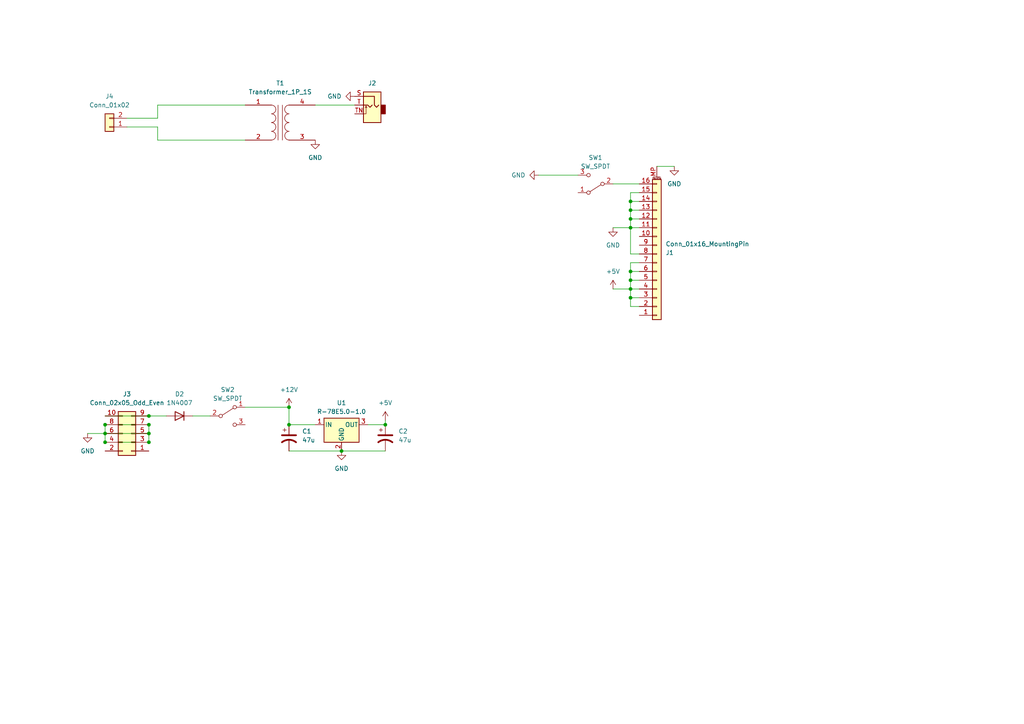
<source format=kicad_sch>
(kicad_sch (version 20230121) (generator eeschema)
  (paper "A4")
  (lib_symbols
    (symbol "Connector_Audio:AudioJack2_SwitchT"
      (property "Reference" "J" (at 0 8.89 0))
      (property "Value" "AudioJack2_SwitchT" (at 0 6.35 0))
      (symbol "AudioJack2_SwitchT_0_1"
        (rectangle (start -2.54 0) (end -3.81 -2.54) (stroke (width 0.254)) (fill (type outline)))
        (polyline (pts (xy 1.778 -0.254) (xy 2.032 -0.762)))
        (polyline (pts (xy 0 0) (xy 0.635 -0.635) (xy 1.27 0) (xy 2.54 0)) (stroke (width 0.254)))
        (polyline (pts (xy 2.54 -2.54) (xy 1.778 -2.54) (xy 1.778 -0.254) (xy 1.524 -0.762)))
        (polyline (pts (xy 2.54 2.54) (xy -0.635 2.54) (xy -0.635 0) (xy -1.27 -0.635) (xy -1.905 0)) (stroke (width 0.254)))
        (rectangle (start 2.54 3.81) (end -2.54 -5.08) (stroke (width 0.254)) (fill (type background)))
      )
      (symbol "AudioJack2_SwitchT_1_1"
        (pin passive line (at 5.08 2.54 180) (length 2.54) (name "~") (number "S"))
        (pin passive line (at 5.08 0 180) (length 2.54) (name "~") (number "T"))
        (pin passive line (at 5.08 -2.54 180) (length 2.54) (name "~") (number "TN"))
      )
    )
    (symbol "Connector_Generic:Conn_01x02" (pin_names (offset 1.016) hide)
      (property "Reference" "J" (at 0 2.54 0))
      (property "Value" "Conn_01x02" (at 0 -5.08 0))
      (symbol "Conn_01x02_1_1"
        (rectangle (start -1.27 -2.413) (end 0 -2.667) (stroke (width 0.1524)))
        (rectangle (start -1.27 0.127) (end 0 -0.127) (stroke (width 0.1524)))
        (rectangle (start -1.27 1.27) (end 1.27 -3.81) (stroke (width 0.254)) (fill (type background)))
        (pin passive line (at -5.08 0 0) (length 3.81) (name "Pin_1") (number "1"))
        (pin passive line (at -5.08 -2.54 0) (length 3.81) (name "Pin_2") (number "2"))
      )
    )
    (symbol "Connector_Generic:Conn_02x05_Odd_Even" (pin_names (offset 1.016) hide)
      (property "Reference" "J" (at 1.27 7.62 0))
      (property "Value" "Conn_02x05_Odd_Even" (at 1.27 -7.62 0))
      (symbol "Conn_02x05_Odd_Even_1_1"
        (rectangle (start -1.27 -4.953) (end 0 -5.207) (stroke (width 0.1524)))
        (rectangle (start -1.27 -2.413) (end 0 -2.667) (stroke (width 0.1524)))
        (rectangle (start -1.27 0.127) (end 0 -0.127) (stroke (width 0.1524)))
        (rectangle (start -1.27 2.667) (end 0 2.413) (stroke (width 0.1524)))
        (rectangle (start -1.27 5.207) (end 0 4.953) (stroke (width 0.1524)))
        (rectangle (start -1.27 6.35) (end 3.81 -6.35) (stroke (width 0.254)) (fill (type background)))
        (rectangle (start 3.81 -4.953) (end 2.54 -5.207) (stroke (width 0.1524)))
        (rectangle (start 3.81 -2.413) (end 2.54 -2.667) (stroke (width 0.1524)))
        (rectangle (start 3.81 0.127) (end 2.54 -0.127) (stroke (width 0.1524)))
        (rectangle (start 3.81 2.667) (end 2.54 2.413) (stroke (width 0.1524)))
        (rectangle (start 3.81 5.207) (end 2.54 4.953) (stroke (width 0.1524)))
        (pin passive line (at -5.08 5.08 0) (length 3.81) (name "Pin_1") (number "1"))
        (pin passive line (at 7.62 -5.08 180) (length 3.81) (name "Pin_10") (number "10"))
        (pin passive line (at 7.62 5.08 180) (length 3.81) (name "Pin_2") (number "2"))
        (pin passive line (at -5.08 2.54 0) (length 3.81) (name "Pin_3") (number "3"))
        (pin passive line (at 7.62 2.54 180) (length 3.81) (name "Pin_4") (number "4"))
        (pin passive line (at -5.08 0 0) (length 3.81) (name "Pin_5") (number "5"))
        (pin passive line (at 7.62 0 180) (length 3.81) (name "Pin_6") (number "6"))
        (pin passive line (at -5.08 -2.54 0) (length 3.81) (name "Pin_7") (number "7"))
        (pin passive line (at 7.62 -2.54 180) (length 3.81) (name "Pin_8") (number "8"))
        (pin passive line (at -5.08 -5.08 0) (length 3.81) (name "Pin_9") (number "9"))
      )
    )
    (symbol "Connector_Generic_MountingPin:Conn_01x16_MountingPin" (pin_names (offset 1.016) hide)
      (property "Reference" "J" (at 0 20.32 0))
      (property "Value" "Conn_01x16_MountingPin" (at 1.27 -22.86 0))
      (symbol "Conn_01x16_MountingPin_1_1"
        (rectangle (start -1.27 -20.193) (end 0 -20.447) (stroke (width 0.1524)))
        (rectangle (start -1.27 -17.653) (end 0 -17.907) (stroke (width 0.1524)))
        (rectangle (start -1.27 -15.113) (end 0 -15.367) (stroke (width 0.1524)))
        (rectangle (start -1.27 -12.573) (end 0 -12.827) (stroke (width 0.1524)))
        (rectangle (start -1.27 -10.033) (end 0 -10.287) (stroke (width 0.1524)))
        (rectangle (start -1.27 -7.493) (end 0 -7.747) (stroke (width 0.1524)))
        (rectangle (start -1.27 -4.953) (end 0 -5.207) (stroke (width 0.1524)))
        (rectangle (start -1.27 -2.413) (end 0 -2.667) (stroke (width 0.1524)))
        (rectangle (start -1.27 0.127) (end 0 -0.127) (stroke (width 0.1524)))
        (rectangle (start -1.27 2.667) (end 0 2.413) (stroke (width 0.1524)))
        (rectangle (start -1.27 5.207) (end 0 4.953) (stroke (width 0.1524)))
        (rectangle (start -1.27 7.747) (end 0 7.493) (stroke (width 0.1524)))
        (rectangle (start -1.27 10.287) (end 0 10.033) (stroke (width 0.1524)))
        (rectangle (start -1.27 12.827) (end 0 12.573) (stroke (width 0.1524)))
        (rectangle (start -1.27 15.367) (end 0 15.113) (stroke (width 0.1524)))
        (rectangle (start -1.27 17.907) (end 0 17.653) (stroke (width 0.1524)))
        (rectangle (start -1.27 19.05) (end 1.27 -21.59) (stroke (width 0.254)) (fill (type background)))
        (polyline (pts (xy -1.016 -22.352) (xy 1.016 -22.352)) (stroke (width 0.1524)))
        (text "Mounting" (at 0 -21.971 0) (effects (font (size 0.381 0.381))))
        (pin passive line (at -5.08 17.78 0) (length 3.81) (name "Pin_1") (number "1"))
        (pin passive line (at -5.08 -5.08 0) (length 3.81) (name "Pin_10") (number "10"))
        (pin passive line (at -5.08 -7.62 0) (length 3.81) (name "Pin_11") (number "11"))
        (pin passive line (at -5.08 -10.16 0) (length 3.81) (name "Pin_12") (number "12"))
        (pin passive line (at -5.08 -12.7 0) (length 3.81) (name "Pin_13") (number "13"))
        (pin passive line (at -5.08 -15.24 0) (length 3.81) (name "Pin_14") (number "14"))
        (pin passive line (at -5.08 -17.78 0) (length 3.81) (name "Pin_15") (number "15"))
        (pin passive line (at -5.08 -20.32 0) (length 3.81) (name "Pin_16") (number "16"))
        (pin passive line (at -5.08 15.24 0) (length 3.81) (name "Pin_2") (number "2"))
        (pin passive line (at -5.08 12.7 0) (length 3.81) (name "Pin_3") (number "3"))
        (pin passive line (at -5.08 10.16 0) (length 3.81) (name "Pin_4") (number "4"))
        (pin passive line (at -5.08 7.62 0) (length 3.81) (name "Pin_5") (number "5"))
        (pin passive line (at -5.08 5.08 0) (length 3.81) (name "Pin_6") (number "6"))
        (pin passive line (at -5.08 2.54 0) (length 3.81) (name "Pin_7") (number "7"))
        (pin passive line (at -5.08 0 0) (length 3.81) (name "Pin_8") (number "8"))
        (pin passive line (at -5.08 -2.54 0) (length 3.81) (name "Pin_9") (number "9"))
        (pin passive line (at 0 -25.4 90) (length 3.048) (name "MountPin") (number "MP"))
      )
    )
    (symbol "Device:C_Polarized_US" (pin_numbers hide) (pin_names (offset 0.254) hide)
      (property "Reference" "C" (at 0.635 2.54 0))
      (property "Value" "C_Polarized_US" (at 0.635 -2.54 0))
      (symbol "C_Polarized_US_0_1"
        (polyline (pts (xy -2.032 0.762) (xy 2.032 0.762)) (stroke (width 0.508)))
        (polyline (pts (xy -1.778 2.286) (xy -0.762 2.286)))
        (polyline (pts (xy -1.27 1.778) (xy -1.27 2.794)))
        (arc (start 2.032 -1.27) (mid 0 -0.5572) (end -2.032 -1.27) (stroke (width 0.508)))
      )
      (symbol "C_Polarized_US_1_1"
        (pin passive line (at 0 3.81 270) (length 2.794) (name "~") (number "1"))
        (pin passive line (at 0 -3.81 90) (length 3.302) (name "~") (number "2"))
      )
    )
    (symbol "Device:Transformer_1P_1S" (pin_names (offset 1.016) hide)
      (property "Reference" "T" (at 0 6.35 0))
      (property "Value" "Transformer_1P_1S" (at 0 -7.62 0))
      (symbol "Transformer_1P_1S_0_1"
        (arc (start -2.54 -5.0546) (mid -1.6599 -4.6901) (end -1.27 -3.81))
        (arc (start -2.54 -2.5146) (mid -1.6599 -2.1501) (end -1.27 -1.27))
        (arc (start -2.54 0.0254) (mid -1.6599 0.3899) (end -1.27 1.27))
        (arc (start -2.54 2.5654) (mid -1.6599 2.9299) (end -1.27 3.81))
        (arc (start -1.27 -3.81) (mid -1.642 -2.912) (end -2.54 -2.54))
        (arc (start -1.27 -1.27) (mid -1.642 -0.372) (end -2.54 0))
        (arc (start -1.27 1.27) (mid -1.642 2.168) (end -2.54 2.54))
        (arc (start -1.27 3.81) (mid -1.642 4.708) (end -2.54 5.08))
        (polyline (pts (xy -0.635 5.08) (xy -0.635 -5.08)))
        (polyline (pts (xy 0.635 -5.08) (xy 0.635 5.08)))
        (arc (start 1.2954 -1.27) (mid 1.6599 -2.1501) (end 2.54 -2.5146))
        (arc (start 1.2954 1.27) (mid 1.6599 0.3899) (end 2.54 0.0254))
        (arc (start 1.2954 3.81) (mid 1.6599 2.9299) (end 2.54 2.5654))
        (arc (start 1.3208 -3.81) (mid 1.6853 -4.6901) (end 2.5654 -5.0546))
        (arc (start 2.54 0) (mid 1.642 -0.372) (end 1.2954 -1.27))
        (arc (start 2.54 2.54) (mid 1.642 2.168) (end 1.2954 1.27))
        (arc (start 2.54 5.08) (mid 1.642 4.708) (end 1.2954 3.81))
        (arc (start 2.5654 -2.54) (mid 1.6674 -2.912) (end 1.3208 -3.81))
      )
      (symbol "Transformer_1P_1S_1_1"
        (pin passive line (at -10.16 5.08 0) (length 7.62) (name "AA") (number "1"))
        (pin passive line (at -10.16 -5.08 0) (length 7.62) (name "AB") (number "2"))
        (pin passive line (at 10.16 -5.08 180) (length 7.62) (name "SA") (number "3"))
        (pin passive line (at 10.16 5.08 180) (length 7.62) (name "SB") (number "4"))
      )
    )
    (symbol "Diode:1N4007" (pin_numbers hide) (pin_names hide)
      (property "Reference" "D" (at 0 2.54 0))
      (property "Value" "1N4007" (at 0 -2.54 0))
      (symbol "1N4007_0_1"
        (polyline (pts (xy -1.27 1.27) (xy -1.27 -1.27)) (stroke (width 0.254)))
        (polyline (pts (xy 1.27 0) (xy -1.27 0)))
        (polyline (pts (xy 1.27 1.27) (xy 1.27 -1.27) (xy -1.27 0) (xy 1.27 1.27)) (stroke (width 0.254)))
      )
      (symbol "1N4007_1_1"
        (pin passive line (at -3.81 0 0) (length 2.54) (name "K") (number "1"))
        (pin passive line (at 3.81 0 180) (length 2.54) (name "A") (number "2"))
      )
    )
    (symbol "Regulator_Switching:R-78E5.0-1.0" (pin_names (offset 0.254))
      (property "Reference" "U" (at -3.81 3.175 0))
      (property "Value" "R-78E5.0-1.0" (at 0 3.175 0))
      (symbol "R-78E5.0-1.0_0_1"
        (rectangle (start -5.08 1.905) (end 5.08 -5.08) (stroke (width 0.254)) (fill (type background)))
      )
      (symbol "R-78E5.0-1.0_1_1"
        (pin power_in line (at -7.62 0 0) (length 2.54) (name "IN") (number "1"))
        (pin power_in line (at 0 -7.62 90) (length 2.54) (name "GND") (number "2"))
        (pin power_out line (at 7.62 0 180) (length 2.54) (name "OUT") (number "3"))
      )
    )
    (symbol "Switch:SW_SPDT" (pin_names (offset 0) hide)
      (property "Reference" "SW" (at 0 4.318 0))
      (property "Value" "SW_SPDT" (at 0 -5.08 0))
      (symbol "SW_SPDT_0_0"
        (circle (center -2.032 0) (radius 0.508))
        (circle (center 2.032 -2.54) (radius 0.508))
      )
      (symbol "SW_SPDT_0_1"
        (polyline (pts (xy -1.524 0.254) (xy 1.651 2.286)))
        (circle (center 2.032 2.54) (radius 0.508))
      )
      (symbol "SW_SPDT_1_1"
        (pin passive line (at 5.08 2.54 180) (length 2.54) (name "A") (number "1"))
        (pin passive line (at -5.08 0 0) (length 2.54) (name "B") (number "2"))
        (pin passive line (at 5.08 -2.54 180) (length 2.54) (name "C") (number "3"))
      )
    )
    (symbol "power:+12V" (power) (pin_names (offset 0))
      (property "Value" "+12V" (at 0 3.556 0))
      (symbol "+12V_0_1"
        (polyline (pts (xy -0.762 1.27) (xy 0 2.54)))
        (polyline (pts (xy 0 0) (xy 0 2.54)))
        (polyline (pts (xy 0 2.54) (xy 0.762 1.27)))
      )
      (symbol "+12V_1_1"
        (pin power_in line (at 0 0 90) (length 0) hide (name "+12V") (number "1"))
      )
    )
    (symbol "power:+5V" (power) (pin_names (offset 0))
      (property "Value" "+5V" (at 0 3.556 0))
      (symbol "+5V_0_1"
        (polyline (pts (xy -0.762 1.27) (xy 0 2.54)))
        (polyline (pts (xy 0 0) (xy 0 2.54)))
        (polyline (pts (xy 0 2.54) (xy 0.762 1.27)))
      )
      (symbol "+5V_1_1"
        (pin power_in line (at 0 0 90) (length 0) hide (name "+5V") (number "1"))
      )
    )
    (symbol "power:GND" (power) (pin_names (offset 0))
      (property "Value" "GND" (at 0 -3.81 0))
      (symbol "GND_0_1"
        (polyline (pts (xy 0 0) (xy 0 -1.27) (xy 1.27 -1.27) (xy 0 -2.54) (xy -1.27 -1.27) (xy 0 -1.27)))
      )
      (symbol "GND_1_1"
        (pin power_in line (at 0 0 270) (length 0) hide (name "GND") (number "1"))
      )
    )
  )
  (junction (at 99.06 130.81))
  (junction (at 43.18 123.19))
  (junction (at 111.76 123.19))
  (junction (at 30.48 123.19))
  (junction (at 182.88 60.96))
  (junction (at 30.48 125.73))
  (junction (at 43.18 120.65))
  (junction (at 182.88 66.04))
  (junction (at 182.88 86.36))
  (junction (at 83.82 123.19))
  (junction (at 182.88 58.42))
  (junction (at 43.18 128.27))
  (junction (at 182.88 63.5))
  (junction (at 182.88 78.74))
  (junction (at 182.88 81.28))
  (junction (at 30.48 128.27))
  (junction (at 43.18 125.73))
  (junction (at 83.82 118.11))
  (junction (at 182.88 83.82))
  (wire (pts (xy 182.88 81.28) (xy 182.88 78.74)))
  (wire (pts (xy 30.48 123.19) (xy 43.18 123.19)))
  (wire (pts (xy 45.72 40.64) (xy 71.12 40.64)))
  (wire (pts (xy 45.72 36.83) (xy 45.72 40.64)))
  (wire (pts (xy 83.82 130.81) (xy 99.06 130.81)))
  (wire (pts (xy 182.88 86.36) (xy 185.42 86.36)))
  (wire (pts (xy 182.88 76.2) (xy 185.42 76.2)))
  (wire (pts (xy 30.48 120.65) (xy 43.18 120.65)))
  (wire (pts (xy 182.88 60.96) (xy 182.88 63.5)))
  (wire (pts (xy 182.88 78.74) (xy 185.42 78.74)))
  (wire (pts (xy 55.88 120.65) (xy 60.96 120.65)))
  (wire (pts (xy 185.42 88.9) (xy 182.88 88.9)))
  (wire (pts (xy 106.68 123.19) (xy 111.76 123.19)))
  (wire (pts (xy 30.48 128.27) (xy 43.18 128.27)))
  (wire (pts (xy 182.88 88.9) (xy 182.88 86.36)))
  (wire (pts (xy 182.88 58.42) (xy 182.88 60.96)))
  (wire (pts (xy 99.06 130.81) (xy 111.76 130.81)))
  (wire (pts (xy 30.48 123.19) (xy 30.48 125.73)))
  (wire (pts (xy 185.42 55.88) (xy 182.88 55.88)))
  (wire (pts (xy 177.8 53.34) (xy 185.42 53.34)))
  (wire (pts (xy 71.12 118.11) (xy 83.82 118.11)))
  (wire (pts (xy 177.8 83.82) (xy 182.88 83.82)))
  (wire (pts (xy 156.21 50.8) (xy 167.64 50.8)))
  (wire (pts (xy 45.72 34.29) (xy 45.72 30.48)))
  (wire (pts (xy 182.88 66.04) (xy 185.42 66.04)))
  (wire (pts (xy 182.88 58.42) (xy 185.42 58.42)))
  (wire (pts (xy 36.83 36.83) (xy 45.72 36.83)))
  (wire (pts (xy 43.18 123.19) (xy 43.18 125.73)))
  (wire (pts (xy 182.88 63.5) (xy 182.88 66.04)))
  (wire (pts (xy 83.82 123.19) (xy 91.44 123.19)))
  (wire (pts (xy 182.88 63.5) (xy 185.42 63.5)))
  (wire (pts (xy 182.88 83.82) (xy 185.42 83.82)))
  (wire (pts (xy 182.88 83.82) (xy 182.88 81.28)))
  (wire (pts (xy 43.18 120.65) (xy 48.26 120.65)))
  (wire (pts (xy 177.8 66.04) (xy 182.88 66.04)))
  (wire (pts (xy 182.88 73.66) (xy 182.88 66.04)))
  (wire (pts (xy 83.82 118.11) (xy 83.82 123.19)))
  (wire (pts (xy 45.72 30.48) (xy 71.12 30.48)))
  (wire (pts (xy 182.88 60.96) (xy 185.42 60.96)))
  (wire (pts (xy 36.83 34.29) (xy 45.72 34.29)))
  (wire (pts (xy 25.4 125.73) (xy 30.48 125.73)))
  (wire (pts (xy 182.88 55.88) (xy 182.88 58.42)))
  (wire (pts (xy 111.76 121.92) (xy 111.76 123.19)))
  (wire (pts (xy 182.88 81.28) (xy 185.42 81.28)))
  (wire (pts (xy 190.5 48.26) (xy 195.58 48.26)))
  (wire (pts (xy 43.18 125.73) (xy 43.18 128.27)))
  (wire (pts (xy 30.48 125.73) (xy 43.18 125.73)))
  (wire (pts (xy 102.87 30.48) (xy 91.44 30.48)))
  (wire (pts (xy 182.88 86.36) (xy 182.88 83.82)))
  (wire (pts (xy 30.48 125.73) (xy 30.48 128.27)))
  (wire (pts (xy 182.88 78.74) (xy 182.88 76.2)))
  (wire (pts (xy 185.42 73.66) (xy 182.88 73.66)))
  (symbol (lib_id "power:GND") (at 156.21 50.8 270) (unit 1)
    (property "Reference" "#PWR08" (effects hide))
    (property "Value" "GND" (at 152.4 50.8 90) (effects (justify right)))
  )
  (symbol (lib_id "Connector_Generic:Conn_02x05_Odd_Even") (at 38.1 125.73 180) (unit 1)
    (property "Reference" "J3" (at 36.83 114.3 0))
    (property "Value" "Conn_02x05_Odd_Even" (at 36.83 116.84 0))
    (property "Footprint" "Connector_IDC:IDC-Header_2x05_P2.54mm_Vertical" (effects hide))
  )
  (symbol (lib_id "power:GND") (at 195.58 48.26 0) (unit 1)
    (property "Reference" "#PWR01" (effects hide))
    (property "Value" "GND" (at 195.58 53.34 0))
  )
  (symbol (lib_id "Diode:1N4007") (at 52.07 120.65 180) (unit 1)
    (property "Reference" "D2" (at 52.07 114.3 0))
    (property "Value" "1N4007" (at 52.07 116.84 0))
    (property "Footprint" "Diode_THT:D_DO-41_SOD81_P10.16mm_Horizontal" (effects hide))
    (property "Datasheet" "http://www.vishay.com/docs/88503/1n4001.pdf" (effects hide))
    (property "Sim.Device" "D" (effects hide))
    (property "Sim.Pins" "1=K 2=A" (effects hide))
  )
  (symbol (lib_id "Connector_Generic:Conn_01x02") (at 31.75 36.83 180) (unit 1)
    (property "Reference" "J4" (at 31.75 27.94 0))
    (property "Value" "Conn_01x02" (at 31.75 30.48 0))
    (property "Footprint" "Connector_JST:JST_XH_B2B-XH-A_1x02_P2.50mm_Vertical" (effects hide))
  )
  (symbol (lib_id "Switch:SW_SPDT") (at 172.72 53.34 180) (unit 1)
    (property "Reference" "SW1" (at 172.72 45.72 0))
    (property "Value" "SW_SPDT" (at 172.72 48.26 0))
    (property "Footprint" "PCM_4ms_Switch:Switch_Toggle_SPDT_Mini_SolderLug" (effects hide))
  )
  (symbol (lib_id "Regulator_Switching:R-78E5.0-1.0") (at 99.06 123.19 0) (unit 1)
    (property "Reference" "U1" (at 99.06 116.84 0))
    (property "Value" "R-78E5.0-1.0" (at 99.06 119.38 0))
    (property "Footprint" "Converter_DCDC:Converter_DCDC_RECOM_R-78E-0.5_THT" (effects hide))
    (property "Datasheet" "https://www.recom-power.com/pdf/Innoline/R-78Exx-1.0.pdf" (effects hide))
  )
  (symbol (lib_id "Switch:SW_SPDT") (at 66.04 120.65 0) (unit 1)
    (property "Reference" "SW2" (at 66.04 113.03 0))
    (property "Value" "SW_SPDT" (at 66.04 115.57 0))
    (property "Footprint" "PCM_4ms_Switch:Switch_Toggle_SPDT_Mini_SolderLug" (effects hide))
  )
  (symbol (lib_id "power:GND") (at 91.44 40.64 0) (unit 1)
    (property "Reference" "#PWR010" (effects hide))
    (property "Value" "GND" (at 91.44 45.72 0))
  )
  (symbol (lib_id "Device:Transformer_1P_1S") (at 81.28 35.56 0) (unit 1)
    (property "Reference" "T1" (at 81.28 24.13 0))
    (property "Value" "Transformer_1P_1S" (at 81.28 26.67 0))
    (property "Footprint" "AlexCustom:EI14" (effects hide))
  )
  (symbol (lib_id "power:+5V") (at 177.8 83.82 0) (unit 1)
    (property "Reference" "#PWR02" (effects hide))
    (property "Value" "+5V" (at 177.8 78.74 0))
  )
  (symbol (lib_id "Connector_Generic_MountingPin:Conn_01x16_MountingPin") (at 190.5 73.66 0) (mirror x) (unit 1)
    (property "Reference" "J1" (at 193.04 73.3044 0) (effects (justify left)))
    (property "Value" "Conn_01x16_MountingPin" (at 193.04 70.7644 0) (effects (justify left)))
    (property "Footprint" "Connector_FFC-FPC:TE_1-1734839-6_1x16-1MP_P0.5mm_Horizontal" (effects hide))
  )
  (symbol (lib_id "power:GND") (at 99.06 130.81 0) (unit 1)
    (property "Reference" "#PWR04" (effects hide))
    (property "Value" "GND" (at 99.06 135.89 0))
  )
  (symbol (lib_id "power:GND") (at 177.8 66.04 0) (unit 1)
    (property "Reference" "#PWR03" (effects hide))
    (property "Value" "GND" (at 177.8 71.12 0))
  )
  (symbol (lib_id "Device:C_Polarized_US") (at 111.76 127 0) (unit 1)
    (property "Reference" "C2" (at 115.57 125.095 0) (effects (justify left)))
    (property "Value" "47u" (at 115.57 127.635 0) (effects (justify left)))
    (property "Footprint" "Capacitor_THT:CP_Radial_D6.3mm_P2.50mm" (effects hide))
  )
  (symbol (lib_id "power:+12V") (at 83.82 118.11 0) (unit 1)
    (property "Reference" "#PWR07" (effects hide))
    (property "Value" "+12V" (at 83.82 113.03 0))
  )
  (symbol (lib_id "Connector_Audio:AudioJack2_SwitchT") (at 107.95 30.48 0) (mirror y) (unit 1)
    (property "Reference" "J2" (at 107.95 24.13 0))
    (property "Value" "AudioJack2_SwitchT" (effects hide))
    (property "Footprint" "AudioJacks:Jack_3.5mm_QingPu_WQP-PJ301M-12_Vertical" (effects hide))
  )
  (symbol (lib_id "power:GND") (at 25.4 125.73 0) (unit 1)
    (property "Reference" "#PWR06" (effects hide))
    (property "Value" "GND" (at 25.4 130.81 0))
  )
  (symbol (lib_id "power:GND") (at 102.87 27.94 270) (mirror x) (unit 1)
    (property "Reference" "#PWR09" (effects hide))
    (property "Value" "GND" (at 99.06 27.94 90) (effects (justify right)))
  )
  (symbol (lib_id "power:+5V") (at 111.76 121.92 0) (unit 1)
    (property "Reference" "#PWR05" (effects hide))
    (property "Value" "+5V" (at 111.76 116.84 0))
  )
  (symbol (lib_id "Device:C_Polarized_US") (at 83.82 127 0) (unit 1)
    (property "Reference" "C1" (at 87.63 125.095 0) (effects (justify left)))
    (property "Value" "47u" (at 87.63 127.635 0) (effects (justify left)))
    (property "Footprint" "Capacitor_THT:CP_Radial_D6.3mm_P2.50mm" (effects hide))
  )
)
</source>
